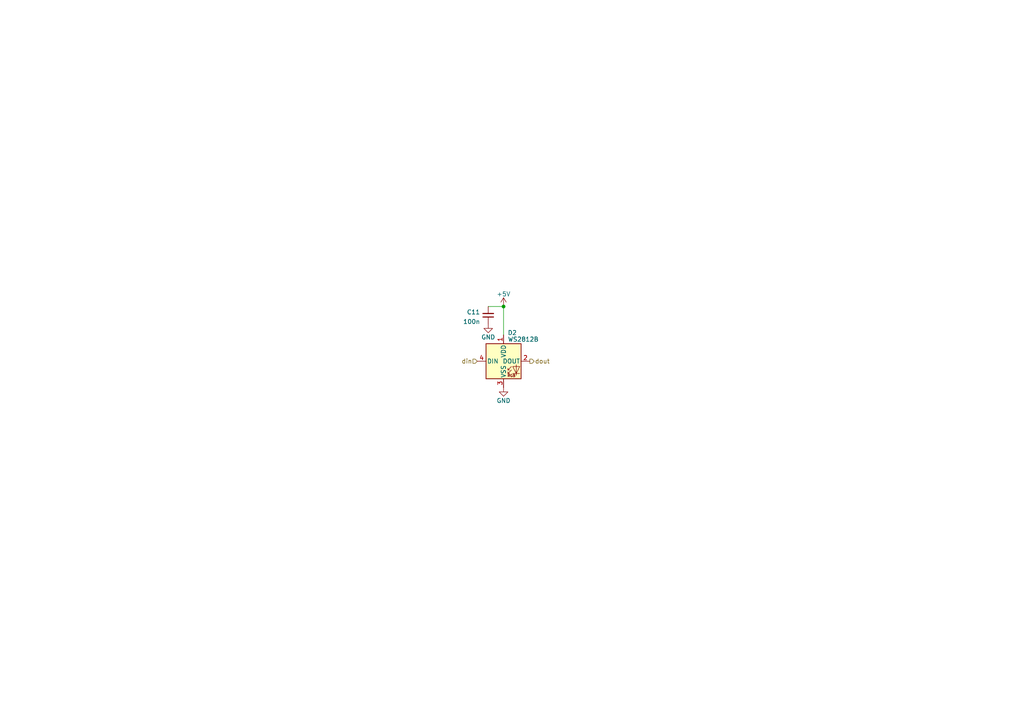
<source format=kicad_sch>
(kicad_sch (version 20211123) (generator eeschema)
  (paper "A4")
  (lib_symbols
    (symbol "Device:C_Small" (pin_numbers hide) (pin_names (offset 0.254) hide)
      (property "Reference" "C" (at 0.254 1.778 0))
      (property "Value" "C_Small" (at 0.254 -2.032 0))
      (symbol "C_Small_0_1"
        (polyline (pts (xy -1.524 -0.508) (xy 1.524 -0.508)) (stroke (width 0.3302)))
        (polyline (pts (xy -1.524 0.508) (xy 1.524 0.508)) (stroke (width 0.3048)))
      )
      (symbol "C_Small_1_1"
        (pin passive line (at 0 2.54 270) (length 2.032) (name "~") (number "1"))
        (pin passive line (at 0 -2.54 90) (length 2.032) (name "~") (number "2"))
      )
    )
    (symbol "LED:WS2812B" (pin_names (offset 0.254))
      (property "Reference" "D" (at 5.08 5.715 0))
      (property "Value" "WS2812B" (at 1.27 -5.715 0))
      (symbol "WS2812B_0_0"
        (text "RGB" (at 2.286 -4.191 0) (effects (font (size 0.762 0.762))))
      )
      (symbol "WS2812B_0_1"
        (polyline (pts (xy 1.27 -3.556) (xy 1.778 -3.556)))
        (polyline (pts (xy 1.27 -2.54) (xy 1.778 -2.54)))
        (polyline (pts (xy 4.699 -3.556) (xy 2.667 -3.556)))
        (polyline (pts (xy 2.286 -2.54) (xy 1.27 -3.556) (xy 1.27 -3.048)))
        (polyline (pts (xy 2.286 -1.524) (xy 1.27 -2.54) (xy 1.27 -2.032)))
        (polyline (pts (xy 3.683 -1.016) (xy 3.683 -3.556) (xy 3.683 -4.064)))
        (polyline (pts (xy 4.699 -1.524) (xy 2.667 -1.524) (xy 3.683 -3.556) (xy 4.699 -1.524)))
        (rectangle (start 5.08 5.08) (end -5.08 -5.08) (stroke (width 0.254)) (fill (type background)))
      )
      (symbol "WS2812B_1_1"
        (pin power_in line (at 0 7.62 270) (length 2.54) (name "VDD") (number "1"))
        (pin output line (at 7.62 0 180) (length 2.54) (name "DOUT") (number "2"))
        (pin power_in line (at 0 -7.62 90) (length 2.54) (name "VSS") (number "3"))
        (pin input line (at -7.62 0 0) (length 2.54) (name "DIN") (number "4"))
      )
    )
    (symbol "power:+5V" (power) (pin_names (offset 0))
      (property "Value" "+5V" (at 0 3.556 0))
      (symbol "+5V_0_1"
        (polyline (pts (xy -0.762 1.27) (xy 0 2.54)))
        (polyline (pts (xy 0 0) (xy 0 2.54)))
        (polyline (pts (xy 0 2.54) (xy 0.762 1.27)))
      )
      (symbol "+5V_1_1"
        (pin power_in line (at 0 0 90) (length 0) hide (name "+5V") (number "1"))
      )
    )
    (symbol "power:GND" (power) (pin_names (offset 0))
      (property "Value" "GND" (at 0 -3.81 0))
      (symbol "GND_0_1"
        (polyline (pts (xy 0 0) (xy 0 -1.27) (xy 1.27 -1.27) (xy 0 -2.54) (xy -1.27 -1.27) (xy 0 -1.27)))
      )
      (symbol "GND_1_1"
        (pin power_in line (at 0 0 270) (length 0) hide (name "GND") (number "1"))
      )
    )
  )
  (junction (at 146.05 88.9))
  (wire (pts (xy 146.05 88.9) (xy 146.05 97.155)))
  (wire (pts (xy 141.605 88.9) (xy 146.05 88.9)))
  (hierarchical_label "dout" (shape output) (at 153.67 104.775 0))
  (hierarchical_label "din" (shape input) (at 138.43 104.775 180))
  (symbol (lib_id "LED:WS2812B") (at 146.05 104.775 0)
    (property "Reference" "D2" (at 148.59 96.52 0))
    (property "Value" "WS2812B" (at 151.765 98.425 0))
    (property "Footprint" "LED_SMD:LED_WS2812B_PLCC4_5.0x5.0mm_P3.2mm" (effects hide))
    (property "Datasheet" "https://cdn-shop.adafruit.com/datasheets/WS2812B.pdf" (effects hide))
  )
  (symbol (lib_id "Device:C_Small") (at 141.605 91.44 0) (mirror x)
    (property "Reference" "C11" (at 139.2809 90.5251 0) (effects (justify right)))
    (property "Value" "100n" (at 139.2809 93.3002 0) (effects (justify right)))
  )
  (symbol (lib_id "power:GND") (at 146.05 112.395 0)
    (property "Reference" "#PWR031" (effects hide))
    (property "Value" "GND" (at 146.05 116.205 0))
  )
  (symbol (lib_id "power:GND") (at 141.605 93.98 0)
    (property "Reference" "#PWR029" (effects hide))
    (property "Value" "GND" (at 141.605 97.79 0))
  )
  (symbol (lib_id "power:+5V") (at 146.05 88.9 0)
    (property "Reference" "#PWR030" (effects hide))
    (property "Value" "+5V" (at 146.05 85.2955 0))
  )
)
</source>
